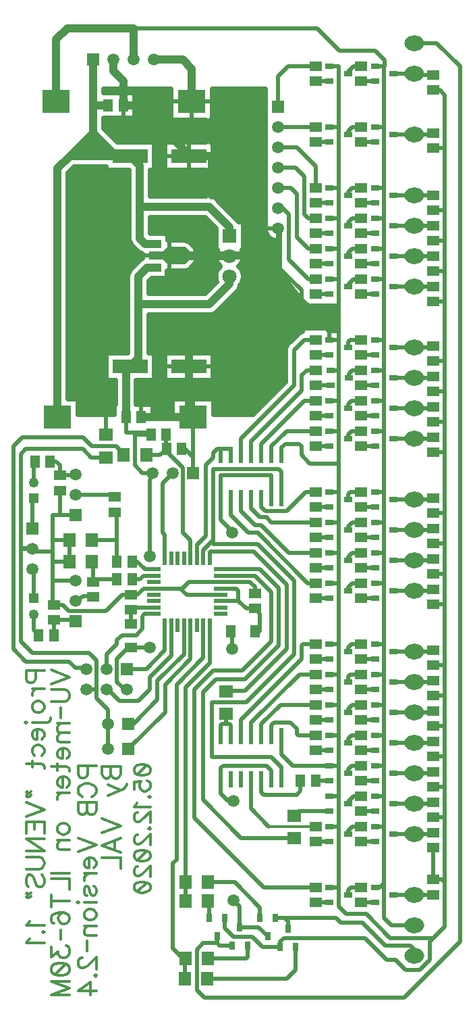
<source format=gbr>
G04 DipTrace 3.3.1.3*
G04 Bottom.gbr*
%MOIN*%
G04 #@! TF.FileFunction,Copper,L2,Bot*
G04 #@! TF.Part,Single*
%AMOUTLINE0*
4,1,10,
-0.100394,0.019685,
-0.033465,0.019685,
-0.009843,0.043307,
0.076772,0.043307,
0.100394,0.019685,
0.100394,-0.019685,
0.076772,-0.043307,
-0.009843,-0.043307,
-0.033465,-0.019685,
-0.100394,-0.019685,
-0.100394,0.019685,
0*%
%AMOUTLINE3*
4,1,20,
0.0,0.03937,
0.015208,0.037443,
0.028926,0.031851,
0.039814,0.023141,
0.046804,0.012166,
0.049213,0.0,
0.046804,-0.012166,
0.039814,-0.023141,
0.028926,-0.031851,
0.015208,-0.037443,
0.0,-0.03937,
-0.015208,-0.037443,
-0.028926,-0.031851,
-0.039814,-0.023141,
-0.046804,-0.012166,
-0.049213,0.0,
-0.046804,0.012166,
-0.039814,0.023141,
-0.028926,0.031851,
-0.015208,0.037443,
0.0,0.03937,
0*%
G04 #@! TA.AperFunction,CopperBalancing*
%ADD13C,0.019685*%
G04 #@! TA.AperFunction,Conductor*
%ADD14C,0.03937*%
%ADD15C,0.012992*%
G04 #@! TA.AperFunction,CopperBalancing*
%ADD16C,0.025*%
%ADD17R,0.059055X0.051181*%
%ADD19R,0.173228X0.070866*%
%ADD20R,0.051181X0.059055*%
G04 #@! TA.AperFunction,ComponentPad*
%ADD21R,0.049213X0.049213*%
%ADD22C,0.049213*%
%ADD23R,0.062992X0.070866*%
G04 #@! TA.AperFunction,ComponentPad*
%ADD24R,0.059055X0.059055*%
%ADD25C,0.059055*%
%ADD26R,0.047244X0.062992*%
%ADD27R,0.062992X0.047244*%
%ADD29R,0.025591X0.041339*%
%ADD31R,0.041339X0.025591*%
%ADD32R,0.070866X0.062992*%
%ADD34R,0.066929X0.019685*%
%ADD35R,0.019685X0.066929*%
%ADD36R,0.023622X0.07874*%
G04 #@! TA.AperFunction,ComponentPad*
%ADD37R,0.137795X0.11811*%
%ADD39R,0.059055X0.03937*%
G04 #@! TA.AperFunction,ComponentPad*
%ADD40R,0.070866X0.070866*%
%ADD41C,0.070866*%
G04 #@! TA.AperFunction,ViaPad*
%ADD42C,0.059055*%
%ADD92C,0.013895*%
%ADD93C,0.012351*%
%ADD94OUTLINE0*%
G04 #@! TA.AperFunction,ComponentPad*
%ADD97OUTLINE3*%
%FSLAX26Y26*%
G04*
G70*
G90*
G75*
G01*
G04 Bottom*
%LPD*%
X1800050Y778001D2*
D13*
Y812352D1*
X1781201Y831201D1*
X1737256D1*
X2424951Y644735D2*
Y674950D1*
X2406201Y693701D1*
X2281201D1*
X2168701Y806201D1*
X2062451D1*
X2037451Y831201D1*
X1781201D1*
X999953Y3299950D2*
D14*
Y3528794D1*
X1021110Y3549951D1*
X1512453Y3993699D2*
Y3956202D1*
X1412451Y3856201D1*
X1062451D1*
Y3993702D1*
X1106201Y4037451D1*
X1143702D1*
X1718701Y1513386D2*
D13*
Y1557236D1*
X1693702Y1582235D1*
X1481202D1*
X1468701Y1569734D1*
Y1513386D1*
X1718701Y2899852D2*
Y3012450D1*
X1468701D1*
Y2899852D1*
X1562551Y784253D2*
X1656251D1*
X1699854Y740650D1*
X999953Y3299950D2*
Y3224951D1*
X1124951D1*
Y3212450D1*
X1043701D1*
Y3062451D1*
X1081202Y3024950D1*
X1131202D1*
X1006202Y1956201D2*
X993701D1*
X956201Y1993701D1*
Y2106199D1*
X1013092Y2163091D1*
X1024951D1*
X1062451Y3856201D2*
D14*
Y3591293D1*
X1021110Y3549951D1*
X1118701Y2162450D2*
D13*
X1025592D1*
X1024951Y2163091D1*
X1524951Y2156201D2*
Y2238091D1*
X1519341Y2243701D1*
X1531201Y1406201D2*
X1506201D1*
X1468701Y1443701D1*
Y1513386D1*
X1562551Y784253D2*
Y887352D1*
X1531202Y918701D1*
X1524951Y2731201D2*
Y2737450D1*
X1468701Y2793701D1*
Y2899852D1*
X1118702Y2612450D2*
Y2987450D1*
G02X1131202Y3024950I62473J9D01*
G01*
D3*
X937450Y5062450D2*
D14*
Y5006202D1*
X987255Y4956398D1*
Y4837451D1*
X1068701D1*
X1312449Y4593703D1*
Y4587450D1*
X1331202Y3299951D2*
X1074756D1*
Y3299950D1*
X1312449Y3549951D2*
Y3318705D1*
X1331202Y3299951D1*
X1512453Y4093699D2*
X1217375D1*
X1214568Y4096507D1*
X1312449Y4587450D2*
X1424951D1*
Y4437451D1*
X1599951Y4262451D1*
Y4231201D1*
Y4096507D1*
X1214568D1*
X1312449Y3549951D2*
Y3699950D1*
X1374951D1*
X1599951Y3924950D1*
Y4096507D1*
X1137450Y5062450D2*
X1281202D1*
X1324942Y5018710D1*
Y4856211D1*
X2518702Y1019735D2*
D13*
Y1175984D1*
X2518701Y1175986D1*
X2518702Y1019735D2*
X2562450D1*
X2574951Y1007234D1*
Y788484D1*
X2517668Y731201D1*
X2306202D1*
X2187451Y849951D1*
X2087451D1*
X2049951Y887451D1*
Y982235D1*
X2006398D1*
X2006201Y982038D1*
Y1282038D2*
X2049951D1*
Y982235D1*
X2006201Y1432037D2*
X2049951D1*
Y1582038D1*
Y1732038D1*
Y1882038D1*
Y2032038D1*
Y2182038D1*
Y2476769D1*
Y2632038D1*
Y2787904D1*
Y2932037D1*
Y3071824D1*
Y3232037D1*
Y3382038D1*
Y3532037D1*
Y3682038D1*
Y3850984D1*
Y3982038D1*
Y4132037D1*
Y4282038D1*
Y4432038D1*
Y4732038D1*
Y5032235D1*
X2006398D1*
X2006201Y5032038D1*
Y4732038D2*
X2049951D1*
X2006201Y4432038D2*
X2049951D1*
X2006201Y4282038D2*
X2049951D1*
X2006201Y4132038D2*
X2049951Y4132037D1*
X2006201Y3982038D2*
X2049951D1*
X2006201Y3682038D2*
X2049951D1*
X2012451Y3532038D2*
X2049951Y3532037D1*
X2006201Y3382038D2*
X2049951D1*
X2006201Y3232038D2*
X2049951Y3232037D1*
X2006201Y2932038D2*
X2049951Y2932037D1*
X2006201Y2782038D2*
X2044085D1*
X2049951Y2787904D1*
X2006201Y2632038D2*
X2049951D1*
X2006201Y2482038D2*
X2044682D1*
X2049951Y2476769D1*
X2006201Y2182038D2*
X2049951D1*
X2006201Y2032037D2*
X2049951Y2032038D1*
X2006201Y1882038D2*
X2049951D1*
X2006201Y1732037D2*
X2049951Y1732038D1*
X2006201Y1582038D2*
X2049951D1*
Y1432037D2*
Y1282038D1*
X2518701Y4913486D2*
X2549951D1*
X2574951Y4888486D1*
Y4625986D1*
Y4319735D1*
Y4169734D1*
Y4010416D1*
Y3869735D1*
Y3575986D1*
Y3425984D1*
Y3275986D1*
Y3125984D1*
Y2825986D1*
Y2675986D1*
Y2525986D1*
Y2375986D1*
Y2075986D1*
Y1925986D1*
Y1775986D1*
Y1619323D1*
Y1475986D1*
Y1325986D1*
Y1007234D1*
X2518702Y1325986D2*
X2574951D1*
X2518702Y1475986D2*
X2574951D1*
X2518701Y1625986D2*
X2568289D1*
X2574951Y1619323D1*
X2518702Y1775986D2*
X2574951D1*
X2518702Y1925986D2*
X2574951D1*
X2518701Y2075986D2*
X2574951D1*
X2518702Y2375986D2*
X2574951D1*
X2518702Y2525986D2*
X2574951D1*
X2518702Y2675986D2*
X2574951D1*
X2518702Y2825986D2*
X2574951D1*
X2518701Y3125986D2*
X2574951Y3125984D1*
X2518701Y3275986D2*
X2574951D1*
X2518701Y3425986D2*
X2574951Y3425984D1*
X2518702Y3575986D2*
X2574951D1*
X2518701Y3869735D2*
X2574951D1*
X2518702Y4019735D2*
X2565633D1*
X2574951Y4010416D1*
X2518701Y4169735D2*
X2574951Y4169734D1*
X2518702Y4319735D2*
X2574951D1*
X2518702Y4625986D2*
X2574951D1*
X1749951Y4231201D2*
X1762451D1*
Y4032235D1*
X1868701Y3925986D1*
Y3882235D1*
X1899951Y3850984D1*
X2049951D1*
X1768701Y3112450D2*
Y3149950D1*
X1787451Y3168701D1*
X1856201D1*
X1868701Y3156201D1*
Y3112451D1*
X1909328Y3071824D1*
X2049951D1*
X1768701Y1725984D2*
Y1638486D1*
X1825148Y1582038D1*
X2006201D1*
X1137992Y2455463D2*
X1269437D1*
X1300933Y2423967D1*
X1468701D1*
Y2486959D2*
X1310261D1*
X1274101Y2450799D1*
X1269437Y2455463D1*
X1487256Y831201D2*
Y781398D1*
X1531202Y737451D1*
X1624951D1*
X1674953Y687450D1*
X1762648D1*
X1468701Y2486959D2*
X1612944D1*
X1637451Y2462451D1*
Y2431004D1*
X1137992Y2455463D2*
X1086714D1*
X1056201Y2424950D1*
X1024951D1*
X643701Y2374950D2*
X637451D1*
Y2493701D1*
X749951D1*
X537451Y2649951D2*
Y2637450D1*
X637451D1*
Y2693701D1*
Y2818701D1*
X674951D1*
X749951D1*
X637451Y2493701D2*
Y2587450D1*
Y2637450D1*
X1331202Y3299951D2*
Y3104478D1*
Y3024950D1*
X1274951Y3143701D2*
X1291979D1*
X1331202Y3104478D1*
X806202Y1956201D2*
X856201D1*
Y2099951D1*
X818702Y2137450D1*
X537453D1*
X481201Y2193702D1*
Y2649951D1*
X537451D1*
X856202Y1956201D2*
Y1912450D1*
X912451Y1856201D1*
Y1662450D1*
Y1787450D2*
Y1662450D1*
X1762648Y687450D2*
Y712647D1*
X1781202Y731201D1*
X2181202D1*
X2287451Y624951D1*
X2331201D1*
X2381201Y574951D1*
X2449953D1*
X2500440Y625438D1*
Y713972D1*
X2517668Y731201D1*
X643701Y2374950D2*
X687451D1*
X718701Y2343701D1*
X899951D1*
X981201Y2424950D1*
X1024951D1*
X481201Y2649951D2*
Y2653129D1*
Y3118699D1*
X506202Y3143701D1*
X787451D1*
X828937Y3102215D1*
X899951D1*
Y3212451D2*
Y4012450D1*
X984008Y4096507D1*
X1214568D1*
X1749951Y4231201D2*
X1599951D1*
X537451Y2649951D2*
Y2653129D1*
X481201D1*
X537451Y2649951D2*
X484378D1*
X481201Y2653129D1*
X720966Y2587450D2*
X637451D1*
X720966Y2693701D2*
X637451D1*
X720966D2*
Y2587450D1*
X674951Y2937647D2*
Y2818701D1*
X1525150Y693702D2*
X1462451D1*
X1449854Y706299D1*
Y740650D1*
Y706299D2*
X1381299D1*
X1349951Y674951D1*
Y474950D1*
X1387450Y437451D1*
X2374953D1*
X2649951Y712450D1*
Y5031201D1*
X2536417Y5144735D1*
X2424951D1*
X1406202Y1006201D2*
X1537451D1*
X1662453Y881199D1*
Y831201D1*
X1402904Y531201D2*
X1793701D1*
X1837451Y574951D1*
Y687450D1*
X1404971Y912451D2*
X1412453D1*
Y831201D1*
X1599953Y693702D2*
Y637453D1*
X1593701Y631201D1*
X1406202D1*
X1292668Y531201D2*
Y627903D1*
X1295966Y631201D1*
X1382087Y2274361D2*
Y2113335D1*
X1249951Y1981199D1*
Y1118701D1*
X1231201Y1099950D1*
Y681201D1*
X1281201Y631201D1*
X1295966D1*
X1294735Y912451D2*
Y1004970D1*
X1295966Y1006201D1*
X1293701D1*
Y1968699D1*
X1413583Y2088581D1*
Y2274361D1*
X656202Y4856211D2*
D14*
Y5162451D1*
X712451Y5218701D1*
X1037450D1*
Y5062450D1*
X2231201Y5032038D2*
D13*
X2274951D1*
Y4732038D1*
Y4432038D1*
Y4282038D1*
Y4132038D1*
Y3982038D1*
Y3682038D1*
Y3526510D1*
Y3382038D1*
Y3232038D1*
Y2932038D1*
Y2782038D1*
Y2632038D1*
Y2473720D1*
Y2182038D1*
Y2032038D1*
Y1882038D1*
Y1732038D1*
Y1582038D1*
Y1432038D1*
Y1282038D1*
Y1000984D1*
X2256005Y982038D1*
X2231201D1*
Y1282038D2*
X2274951D1*
X2231201Y1432037D2*
X2274951Y1432038D1*
X2231201Y1582038D2*
X2274951D1*
X2231201Y1732037D2*
X2274951Y1732038D1*
X2231201Y1882038D2*
X2274951D1*
X2231201Y2032037D2*
X2274951Y2032038D1*
X2231201Y2182038D2*
X2274951D1*
Y1000984D2*
Y832235D1*
X2312451Y794735D1*
X2424951D1*
X2274951Y5032038D2*
X2277163Y5029827D1*
Y5060240D1*
X2231202Y5106201D1*
X2056201D1*
X1943701Y5218701D1*
X1037450D1*
X2231201Y4732038D2*
X2274951D1*
X2231201Y4432038D2*
X2274951D1*
X2231201Y4282038D2*
X2274951D1*
X2231201Y4132038D2*
X2274951D1*
X2231201Y3982038D2*
X2274951D1*
X2231201Y3682038D2*
X2274951D1*
X2231201Y3532038D2*
X2269424D1*
X2274951Y3526510D1*
X2231201Y3382038D2*
X2274951D1*
X2231201Y3232038D2*
X2274951D1*
X2231201Y2932038D2*
X2274951D1*
X2231201Y2782038D2*
X2274951D1*
X2231201Y2632038D2*
X2274951D1*
X2231201Y2482038D2*
X2266634D1*
X2274951Y2473720D1*
X2321752Y944636D2*
X2424853D1*
X2424951Y944735D1*
X2518505D1*
X2518702Y944932D1*
X2231201Y907235D2*
X2162648D1*
X2162451Y907432D1*
X2096752Y944636D2*
Y966535D1*
X2112451Y982235D1*
X2162451D1*
X1937451Y3982235D2*
X1899951D1*
X1806201Y4075986D1*
Y4300986D1*
X1768702Y4338484D1*
X1749951D1*
Y4331201D1*
X2006201Y907235D2*
X1937648D1*
X1937451Y907432D1*
X2321752Y1394635D2*
X2424852D1*
X2424951Y1394735D1*
X2512648D1*
X2518702Y1400789D1*
X2162451Y1357432D2*
X2231003D1*
X2231201Y1357234D1*
X2096752Y1394635D2*
Y1403001D1*
X2125986Y1432235D1*
X2162451D1*
X2321752Y1244636D2*
X2424853D1*
X2424951Y1244735D1*
X2512647D1*
X2518701Y1250789D1*
X2006201Y1357234D2*
X1853249D1*
X1831202Y1335186D1*
X2162451Y1207432D2*
X2231004D1*
X2231201Y1207235D1*
X2096752Y1244636D2*
Y1260285D1*
X2118702Y1282235D1*
X2162451D1*
X2006201Y1207235D2*
X1937648D1*
X1937451Y1207432D1*
X2321752Y1544636D2*
X2424853D1*
X2424951Y1544735D1*
X2512648D1*
X2518702Y1550789D1*
X2162451Y1507432D2*
X2231004D1*
X2231201Y1507235D1*
X2096752Y1544636D2*
Y1565501D1*
X2113486Y1582235D1*
X2162451D1*
X2006201Y1507235D2*
X1937255D1*
X2321752Y1694635D2*
X2424852D1*
X2424951Y1694735D1*
X2512647D1*
X2518701Y1700789D1*
X2162451Y1657432D2*
X2231003D1*
X2231201Y1657234D1*
X2096752Y1694635D2*
Y1715501D1*
X2113486Y1732235D1*
X2162451D1*
X1937451Y1657432D2*
X2006003D1*
X2006201Y1657234D1*
X2321752Y1844636D2*
X2424853D1*
X2424951Y1844735D1*
X2512648D1*
X2518702Y1850789D1*
X2162451Y1807432D2*
X2231004D1*
X2231201Y1807235D1*
X2096752Y1844636D2*
Y1859251D1*
X2119736Y1882235D1*
X2162451D1*
X1937451Y1807432D2*
X2006004D1*
X2006201Y1807235D1*
X2321752Y1994635D2*
X2424852D1*
X2424951Y1994735D1*
X2512648D1*
X2518702Y2000789D1*
X2162451Y1957432D2*
X2231003D1*
X2231201Y1957234D1*
X2096752Y1994635D2*
Y2021751D1*
X2107236Y2032235D1*
X2162451D1*
X1937451Y1957432D2*
X2006003D1*
X2006201Y1957234D1*
X2321752Y2144636D2*
X2424853D1*
X2424951Y2144735D1*
X2512647D1*
X2518701Y2150789D1*
X2162451Y2107432D2*
X2231004D1*
X2231201Y2107235D1*
X2096752Y2144636D2*
Y2165501D1*
X2113486Y2182235D1*
X2162451D1*
X2006201Y2107235D2*
X1937648D1*
X1937451Y2107432D1*
X2321752Y2444636D2*
X2424853D1*
X2424951Y2444735D1*
X2512648D1*
X2518702Y2450789D1*
X2231201Y2407235D2*
X2162647D1*
X2162451Y2407430D1*
X2096752Y2444636D2*
Y2459251D1*
X2119735Y2482234D1*
X2162451D1*
X2006201Y2407235D2*
X1937647D1*
X1937451Y2407430D1*
X2321752Y2594636D2*
X2424853D1*
X2424951Y2594735D1*
X2512648D1*
X2518702Y2600789D1*
X2231201Y2557235D2*
X2162648D1*
X2162451Y2557432D1*
X2096752Y2594636D2*
Y2609251D1*
X2119736Y2632235D1*
X2162451D1*
X2006201Y2557235D2*
X1937648D1*
X1937451Y2557432D1*
X2321752Y2744636D2*
X2424853D1*
X2424951Y2744735D1*
X2512648D1*
X2518702Y2750789D1*
X2231201Y2707235D2*
X2162647D1*
X2162451Y2707430D1*
X2096752Y2744636D2*
Y2759251D1*
X2119735Y2782234D1*
X2162451D1*
X2006201Y2707235D2*
X1937647D1*
X1937451Y2707430D1*
X2321752Y2894636D2*
X2424853D1*
X2424951Y2894735D1*
X2512648D1*
X2518702Y2900789D1*
X2231201Y2857235D2*
X2162648D1*
X2162451Y2857432D1*
X2096752Y2894636D2*
Y2921751D1*
X2107236Y2932235D1*
X2162451D1*
X2006201Y2857235D2*
X1937648D1*
X1937451Y2857432D1*
X2321752Y3194636D2*
X2424853D1*
X2424951Y3194735D1*
X2512647D1*
X2518701Y3200789D1*
X2231201Y3157235D2*
X2162648D1*
X2162451Y3157432D1*
X2096752Y3194636D2*
Y3215501D1*
X2113486Y3232235D1*
X2162451D1*
X2006201Y3157235D2*
X1937648D1*
X1937451Y3157432D1*
X2321752Y3344636D2*
X2424853D1*
X2424951Y3344735D1*
X2512647D1*
X2518701Y3350789D1*
X2231201Y3307235D2*
X2162647D1*
X2162451Y3307430D1*
X2096752Y3344636D2*
Y3365501D1*
X2113484Y3382234D1*
X2162451D1*
X2006201Y3307235D2*
X1937647D1*
X1937451Y3307430D1*
X2321752Y3494636D2*
X2424853D1*
X2424951Y3494735D1*
X2512647D1*
X2518701Y3500789D1*
X2231201Y3457235D2*
X2162648D1*
X2162451Y3457432D1*
X2103003Y3494636D2*
Y3515501D1*
X2119736Y3532235D1*
X2162451D1*
X2012451Y3457235D2*
X1937648D1*
X1937451Y3457432D1*
X2321752Y3644636D2*
X2424853D1*
X2424951Y3644735D1*
X2512648D1*
X2518702Y3650789D1*
X2231201Y3607235D2*
X2162451D1*
X2096752Y3644636D2*
Y3671751D1*
X2107039Y3682038D1*
X2162451D1*
X2006201Y3607235D2*
X1937647D1*
X1937451Y3607430D1*
X2518701Y4988289D2*
X2431398D1*
X2424951Y4994735D1*
X2321752Y4994636D2*
X2424853D1*
X2424951Y4994735D1*
X2231201Y4957235D2*
X2162648D1*
X2162451Y4957432D1*
X2096752Y4994636D2*
Y5003001D1*
X2125986Y5032235D1*
X2162451D1*
X2006201Y4957235D2*
X1937648D1*
X1937451Y4957432D1*
X2321752Y4694636D2*
X2424853D1*
X2424951Y4694735D1*
X2512648D1*
X2518702Y4700789D1*
X2231201Y4657235D2*
X2162648D1*
X2162451Y4657432D1*
X2096752Y4694636D2*
Y4709251D1*
X2119736Y4732235D1*
X2162451D1*
X1937451Y4657432D2*
X2006004D1*
X2006201Y4657235D1*
X1937451Y4132235D2*
X1899951D1*
X1843701Y4188486D1*
Y4400986D1*
X1813486Y4431201D1*
X1749951D1*
X2321752Y4394636D2*
X2424853D1*
X2424951Y4394735D1*
X2518505D1*
X2518702Y4394538D1*
X2162451Y4357432D2*
X2231004D1*
X2231201Y4357235D1*
X2096752Y4394636D2*
Y4409251D1*
X2119736Y4432235D1*
X2162451D1*
X1937451Y4357432D2*
X2006004D1*
X2006201Y4357235D1*
X2321752Y4244636D2*
X2424853D1*
X2424951Y4244735D1*
X2518504D1*
X2518701Y4244538D1*
X2231201Y4207235D2*
X2162648D1*
X2162451Y4207432D1*
X2096752Y4244636D2*
Y4259251D1*
X2119736Y4282235D1*
X2162451D1*
X2006201Y4207235D2*
X1937648D1*
X1937451Y4207432D1*
X2321752Y4094636D2*
X2424853D1*
X2424951Y4094735D1*
X2518505D1*
X2518702Y4094538D1*
X2162451Y4057432D2*
X2231004D1*
X2231201Y4057235D1*
X2096752Y4094636D2*
Y4109251D1*
X2119736Y4132235D1*
X2162451D1*
X1937451Y4057432D2*
X2006004D1*
X2006201Y4057235D1*
X2321752Y3944636D2*
X2424853D1*
X2424951Y3944735D1*
X2518504D1*
X2518701Y3944538D1*
X2162451Y3907432D2*
X2231004D1*
X2231201Y3907235D1*
X2096752Y3944636D2*
Y3953001D1*
X2125986Y3982235D1*
X2162451D1*
X1968702Y3907235D2*
X2006201D1*
X1937451Y4282235D2*
X1899951D1*
X1881201Y4300986D1*
Y4488486D1*
X1838486Y4531201D1*
X1749951D1*
X1937451Y4432235D2*
Y4538484D1*
X1844735Y4631201D1*
X1749951D1*
X1937451Y4732235D2*
X1887451D1*
Y4731201D1*
X1749951D1*
X1937451Y5032235D2*
X1799951D1*
X1749951Y4982235D1*
Y4831201D1*
X1568701Y3112450D2*
Y3193701D1*
X1831201Y3456201D1*
Y3631199D1*
X1882235Y3682234D1*
X1937451D1*
X1618701Y3112450D2*
Y3181201D1*
X1868701Y3431201D1*
Y3506199D1*
X1894736Y3532235D1*
X1937451D1*
X1668701Y3112450D2*
Y3168699D1*
X1882235Y3382234D1*
X1937451D1*
X1718701Y3112450D2*
Y3156199D1*
X1794736Y3232235D1*
X1937451D1*
X1668701Y2899852D2*
Y2856201D1*
X1687451Y2837450D1*
X1793701D1*
X1888486Y2932235D1*
X1937451D1*
X1618701Y2899852D2*
Y2849951D1*
X1662451Y2806201D1*
X1693701D1*
X1717668Y2782234D1*
X1937451D1*
X1568701Y2899852D2*
Y2837451D1*
X1637451Y2768701D1*
X1668701D1*
X1805167Y2632235D1*
X1937451D1*
X1518701Y2899852D2*
Y2818701D1*
X1606201Y2731201D1*
X1649951D1*
X1898919Y2482234D1*
X1937451D1*
X1568701Y1725984D2*
Y1806201D1*
X1868701Y2106201D1*
Y2174950D1*
X1875986Y2182235D1*
X1937451D1*
X1618701Y1725984D2*
Y1793699D1*
X1857236Y2032235D1*
X1937451D1*
X1668701Y1725984D2*
Y1787450D1*
X1763486Y1882235D1*
X1937451D1*
X1718701Y1725984D2*
Y1782234D1*
X1731202Y1794735D1*
X1812451D1*
X1843702Y1763484D1*
Y1738484D1*
X1849951Y1732235D1*
X1937451D1*
X1668701Y1513386D2*
Y1450986D1*
X1681202Y1438484D1*
X1843701D1*
X1862451Y1457235D1*
Y1507235D1*
X1618701Y1513386D2*
Y1369735D1*
X1706201Y1282235D1*
D15*
X1937451D1*
X1468701Y1725984D2*
D13*
Y1781199D1*
X1475986Y1788484D1*
X1493701D1*
X1512453D1*
X1518701Y1782236D1*
Y1725984D1*
X1493701Y1788484D2*
Y1837450D1*
X1468701Y3112450D2*
Y3143701D1*
X1518701D1*
Y3112450D1*
X1350591Y2605070D2*
Y2669340D1*
X1393701Y2712450D1*
Y3062450D1*
X1431201Y3099950D1*
Y3124950D1*
X1449951Y3143701D1*
X1468701D1*
X1768701Y2899852D2*
Y3031202D1*
X1756202Y3043701D1*
X1431202D1*
Y2693701D1*
X1382087Y2644585D1*
Y2605070D1*
X1431202Y2693701D2*
Y2674951D1*
X1649950D1*
X1831201Y2493701D1*
Y2131199D1*
X1593702Y1893701D1*
X1424951D1*
Y1624951D1*
X1718701D1*
X1768701Y1574951D1*
Y1513386D1*
X1006202Y2056201D2*
X1099951D1*
X1193110Y2149360D1*
Y2274361D1*
X906202Y2056201D2*
Y2131202D1*
X956201Y2181201D1*
Y2199950D1*
X981202Y2224951D1*
X1049953D1*
X1081202Y2256201D1*
Y2318702D1*
X1091979Y2329479D1*
X1137992D1*
X906202Y1956201D2*
X924951D1*
Y1943701D1*
X968701Y1899951D1*
X1062451D1*
X1118701Y1956201D1*
Y2018699D1*
X1224606Y2124605D1*
Y2274361D1*
X1199755Y3212450D2*
Y3144094D1*
X1200148Y3143701D1*
X1319094Y2605070D2*
Y2693307D1*
X1281201Y2731201D1*
Y3049951D1*
X1187451Y3143701D1*
X1200148D1*
X1099951Y3112451D2*
X1168899D1*
X1200148Y3143701D1*
X1137992Y2360975D2*
X1035780D1*
X1024951Y2350147D1*
Y2281201D2*
Y2350147D1*
X1468701Y2455463D2*
X1544437D1*
X1556201Y2443699D1*
Y2399949D1*
X1548723Y2392471D1*
X1468701D1*
X1548723D2*
X1559705Y2390198D1*
X1593702Y2356201D1*
X1637451D1*
Y2243701D2*
X1662451D1*
Y2331201D1*
X1637451Y2356201D1*
X1468701Y2518455D2*
X1637697D1*
X1718701Y2437451D1*
Y2193701D1*
X1574951Y2049951D1*
X1431202D1*
X1337451Y1956201D1*
Y1324950D1*
X1680167Y982235D1*
X1937451D1*
X543701Y2406201D2*
Y2543702D1*
X537451Y2549951D1*
X837450Y5062450D2*
D14*
Y4837451D1*
Y4701537D1*
X811270Y4675357D1*
X784437Y4648524D1*
X757723Y4621810D1*
X723364Y4587450D1*
X662462Y4526549D1*
Y3299951D1*
X912451Y4837451D2*
X837450D1*
X1021110Y4587450D2*
X951537D1*
X837450Y4701537D1*
X1021110Y4587450D2*
X723364D1*
X1021110D2*
X899177D1*
X811270Y4675357D1*
X1021110Y4587450D2*
X845510D1*
X784437Y4648524D1*
X1021110Y4587450D2*
X792083D1*
X757723Y4621810D1*
X1512453Y4193699D2*
Y4237450D1*
X1412451Y4337451D1*
X1081199D1*
X1068699Y4324951D1*
Y4181202D1*
X1094340Y4155562D1*
X1143702D1*
X1068699Y4324951D2*
Y4539861D1*
X1021110Y4587450D1*
X537451Y2749951D2*
D13*
Y2893701D1*
X543701Y2899950D1*
X749951Y2918701D2*
X931201D1*
X943701Y2906201D1*
X749951Y2393701D2*
X762451D1*
X787451Y2418701D1*
X831202D1*
X837451Y2412451D1*
X643701Y2300147D2*
X749951D1*
Y2293701D1*
X643701Y2224950D2*
Y2300147D1*
X837451Y2487255D2*
Y2581201D1*
X831202Y2587450D1*
X956202Y2499950D2*
X850147D1*
X837451Y2487255D1*
X624951Y3081201D2*
X656202D1*
X674951Y3062451D1*
Y3012450D1*
X743701D1*
X749951Y3018701D1*
X956202Y2587451D2*
Y2693701D1*
Y2818896D1*
X943701Y2831398D1*
X831202Y2693701D2*
X956202D1*
X543701Y2978690D2*
Y3074753D1*
X550148Y3081201D1*
X543701Y2327461D2*
Y2250148D1*
X568899Y2224950D1*
X1193110Y2605070D2*
Y2719293D1*
X1181202Y2731201D1*
Y2974950D1*
X1231202Y3024950D1*
X1031005Y2499950D2*
X1068701D1*
X1087451Y2518701D1*
X1137747D1*
X1137992Y2518455D1*
X1031005Y2587451D2*
X1056201D1*
X1093701Y2549951D1*
X1137992D1*
X1468701D2*
X1662450D1*
X1756201Y2456201D1*
Y2174950D1*
X1587451Y2006201D1*
X1443701D1*
X1381201Y1943701D1*
Y1412451D1*
X1568702Y1224950D1*
X1831202D1*
X1493701Y1947686D2*
Y1949951D1*
X1587451D1*
X1793701Y2156201D1*
Y2474950D1*
X1631201Y2637450D1*
X1418701D1*
X1413583Y2632332D1*
Y2605070D1*
X1319094Y2274361D2*
Y2106594D1*
X1193701Y1981201D1*
Y1843699D1*
X1012451Y1662450D1*
Y1787450D2*
X1037450D1*
X1156201Y1906201D1*
Y1999950D1*
X1287598Y2131348D1*
Y2274361D1*
X989715Y3112451D2*
X993701D1*
X949951Y3156201D1*
X831202D1*
X787451Y3199951D1*
X487453D1*
X443701Y3156199D1*
Y2156201D1*
X506201Y2093701D1*
X718701D1*
X749951Y2062450D1*
X806201D1*
X799951Y2056201D1*
X806202D1*
D42*
X1118701Y2162450D3*
X1524951Y2156201D3*
X1531201Y1406201D3*
X1531202Y918701D3*
X1524951Y2731201D3*
X1118702Y2612450D3*
X1048547Y4893832D2*
D16*
X1220349D1*
X1429530D2*
X1684727D1*
X1048547Y4868963D2*
X1220349D1*
X1429530D2*
X1684727D1*
X1048547Y4844094D2*
X1220349D1*
X1429530D2*
X1684727D1*
X1048547Y4819226D2*
X1220349D1*
X1429530D2*
X1684727D1*
X1048547Y4794357D2*
X1220349D1*
X1429530D2*
X1684727D1*
X892811Y4769488D2*
X1220349D1*
X1429530D2*
X1684727D1*
X892811Y4744619D2*
X1391194D1*
X1421205D2*
X1684942D1*
X896507Y4719751D2*
X1391194D1*
X1421205D2*
X1684942D1*
X921374Y4694882D2*
X1391194D1*
X1421205D2*
X1684942D1*
X946241Y4670013D2*
X1391194D1*
X1421205D2*
X1684942D1*
X1143425Y4645144D2*
X1190135D1*
X1434734D2*
X1684942D1*
X1143425Y4620276D2*
X1190135D1*
X1434734D2*
X1684942D1*
X1143425Y4595407D2*
X1190135D1*
X1434734D2*
X1684942D1*
X1143425Y4570538D2*
X1190135D1*
X1434734D2*
X1684942D1*
X1143425Y4545669D2*
X1190135D1*
X1434734D2*
X1684942D1*
X733987Y4520801D2*
X898827D1*
X1143425D2*
X1190135D1*
X1434734D2*
X1684942D1*
X717839Y4495932D2*
X1013333D1*
X1124084D2*
X1391194D1*
X1421205D2*
X1684942D1*
X717839Y4471063D2*
X1013333D1*
X1124084D2*
X1391194D1*
X1421205D2*
X1684942D1*
X717839Y4446194D2*
X1013333D1*
X1124084D2*
X1391194D1*
X1421205D2*
X1684942D1*
X717839Y4421325D2*
X1013333D1*
X1124084D2*
X1391194D1*
X1421205D2*
X1684942D1*
X717839Y4396457D2*
X1013333D1*
X1124084D2*
X1391194D1*
X1421205D2*
X1684942D1*
X717839Y4371588D2*
X1013333D1*
X1455583D2*
X1684942D1*
X717839Y4346719D2*
X1013333D1*
X1480450D2*
X1684942D1*
X717839Y4321850D2*
X1013333D1*
X1505318D2*
X1684942D1*
X717839Y4296982D2*
X1013333D1*
X1530185D2*
X1684942D1*
X717839Y4272113D2*
X1013333D1*
X1124084D2*
X1400524D1*
X1554874D2*
X1684942D1*
X717839Y4247244D2*
X1013333D1*
X1124084D2*
X1425391D1*
X1583581D2*
X1684942D1*
X717839Y4222375D2*
X1013333D1*
X1124084D2*
X1441324D1*
X1583581D2*
X1685228D1*
X717839Y4197507D2*
X1013333D1*
X1208915D2*
X1441324D1*
X1583581D2*
X1694559D1*
X717839Y4172638D2*
X1014014D1*
X1298732D2*
X1441324D1*
X1583581D2*
X1725025D1*
X717839Y4147769D2*
X1025247D1*
X1332823D2*
X1441324D1*
X1583581D2*
X1743899D1*
X717839Y4122900D2*
X1049720D1*
X1349975D2*
X1447854D1*
X1577050D2*
X1744654D1*
X717839Y4098031D2*
X1078499D1*
X1350656D2*
X1441467D1*
X1583437D2*
X1745407D1*
X717839Y4073163D2*
X1064648D1*
X1350441D2*
X1444482D1*
X1580423D2*
X1746160D1*
X717839Y4048294D2*
X1039780D1*
X1335873D2*
X1458513D1*
X1566392D2*
X1746913D1*
X717839Y4023425D2*
X1016240D1*
X1308493D2*
X1448106D1*
X1576799D2*
X1750143D1*
X717839Y3998556D2*
X1007304D1*
X1208915D2*
X1441504D1*
X1583402D2*
X1769018D1*
X717839Y3973688D2*
X1007089D1*
X1119706D2*
X1444302D1*
X1580602D2*
X1787894D1*
X717839Y3948819D2*
X1007089D1*
X1117804D2*
X1427795D1*
X1567290D2*
X1806769D1*
X717839Y3923950D2*
X1007089D1*
X1117804D2*
X1402928D1*
X1556848D2*
X1825608D1*
X717839Y3899081D2*
X1007089D1*
X1532589D2*
X1844483D1*
X717839Y3874213D2*
X1007089D1*
X1507722D2*
X1863358D1*
X717839Y3849344D2*
X1007089D1*
X1482854D2*
X1872222D1*
X717839Y3824475D2*
X1007089D1*
X1457987D2*
X2034957D1*
X717839Y3799606D2*
X1007089D1*
X1117804D2*
X2034957D1*
X717839Y3774738D2*
X1007089D1*
X1117804D2*
X2034957D1*
X717839Y3749869D2*
X1007089D1*
X1117804D2*
X2034957D1*
X717839Y3725000D2*
X1007089D1*
X1117804D2*
X1872222D1*
X717839Y3700131D2*
X1007089D1*
X1117804D2*
X1836768D1*
X717839Y3675262D2*
X1007089D1*
X1117804D2*
X1811900D1*
X717839Y3650394D2*
X1007089D1*
X1117804D2*
X1790190D1*
X717839Y3625525D2*
X1007089D1*
X1117804D2*
X1785668D1*
X717839Y3600656D2*
X898827D1*
X1143425D2*
X1190135D1*
X1434734D2*
X1785668D1*
X717839Y3575787D2*
X898827D1*
X1143425D2*
X1190135D1*
X1434734D2*
X1785668D1*
X717839Y3550919D2*
X898827D1*
X1143425D2*
X1190135D1*
X1434734D2*
X1785668D1*
X717839Y3526050D2*
X898827D1*
X1143425D2*
X1190135D1*
X1434734D2*
X1785668D1*
X717839Y3501181D2*
X898827D1*
X1143425D2*
X1190135D1*
X1434734D2*
X1785668D1*
X717839Y3476312D2*
X944579D1*
X1055329D2*
X1785668D1*
X717839Y3451444D2*
X944579D1*
X1055329D2*
X1763097D1*
X717839Y3426575D2*
X944579D1*
X1055329D2*
X1738230D1*
X717839Y3401706D2*
X944579D1*
X1055329D2*
X1713362D1*
X767037Y3376837D2*
X944579D1*
X1055329D2*
X1226629D1*
X1435774D2*
X1688495D1*
X767037Y3351969D2*
X938694D1*
X1136033D2*
X1226629D1*
X1435774D2*
X1663626D1*
X767037Y3327100D2*
X938694D1*
X1136033D2*
X1226629D1*
X1435774D2*
X1638759D1*
X1194487Y4656068D2*
X1393694D1*
X1393701Y4763990D1*
X1222860Y4763971D1*
Y4918697D1*
X890320Y4918701D1*
X890421Y4900164D1*
X1046030D1*
Y4774739D1*
X890308D1*
X890320Y4723448D1*
X957681Y4656076D1*
X1140909Y4656068D1*
Y4518832D1*
X1121568D1*
X1121570Y4390332D1*
X1393715Y4390322D1*
X1393665Y4518832D1*
X1192650D1*
Y4656068D1*
X1194487D1*
X1418698D2*
X1432248D1*
Y4518832D1*
X1418705D1*
X1418701Y4389916D1*
X1424794Y4388861D1*
X1432684Y4386297D1*
X1440076Y4382530D1*
X1446787Y4377655D1*
X1469323Y4355349D1*
X1552656Y4271786D1*
X1557539Y4265060D1*
X1563257Y4262318D1*
X1581071D1*
Y4125081D1*
X1573538Y4124955D1*
X1576530Y4118247D1*
X1578786Y4111256D1*
X1580283Y4104066D1*
X1581003Y4096755D1*
X1580849Y4088194D1*
X1579869Y4080913D1*
X1578115Y4073781D1*
X1575610Y4066875D1*
X1572382Y4060278D1*
X1568466Y4054063D1*
X1563907Y4048303D1*
X1559445Y4043706D1*
X1564630Y4038264D1*
X1570959Y4029552D1*
X1575848Y4019958D1*
X1579175Y4009718D1*
X1580860Y3999083D1*
Y3988316D1*
X1579175Y3977681D1*
X1575848Y3967441D1*
X1570959Y3957846D1*
X1564904Y3949483D1*
X1563862Y3943860D1*
X1561298Y3935970D1*
X1557531Y3928577D1*
X1552656Y3921866D1*
X1530350Y3899329D1*
X1446787Y3815997D1*
X1440076Y3811122D1*
X1432684Y3807356D1*
X1424794Y3804791D1*
X1416600Y3803493D1*
X1384892Y3803331D1*
X1115294D1*
X1115322Y3618539D1*
X1140909Y3618570D1*
Y3481333D1*
X1052814D1*
X1052823Y3362686D1*
X1133531Y3362663D1*
Y3312461D1*
X1229098Y3312451D1*
X1229119Y3392192D1*
X1433285D1*
Y3312450D1*
X1626623Y3312451D1*
X1788184Y3474034D1*
X1788306Y3634575D1*
X1789362Y3641244D1*
X1791449Y3647665D1*
X1794513Y3653681D1*
X1798483Y3659143D1*
X1826759Y3687608D1*
X1854291Y3714951D1*
X1859753Y3718921D1*
X1865769Y3721986D1*
X1872203Y3724075D1*
X1874739Y3733694D1*
Y3741009D1*
X2000164D1*
Y3727983D1*
X2037428Y3728018D1*
X2037451Y3831740D1*
X1898252Y3837567D1*
X1895408Y3838306D1*
X1892815Y3839689D1*
X1890617Y3841639D1*
X1885243Y3848657D1*
X1874739Y3848656D1*
Y3862471D1*
X1751491Y4025192D1*
X1750391Y4027916D1*
X1749957Y4030823D1*
X1745576Y4168640D1*
X1738293Y4169581D1*
X1731168Y4171367D1*
X1724301Y4173974D1*
X1717786Y4177365D1*
X1711713Y4181495D1*
X1706163Y4186307D1*
X1701214Y4191735D1*
X1696934Y4197703D1*
X1693382Y4204133D1*
X1690605Y4210932D1*
X1688642Y4218009D1*
X1687490Y4223971D1*
X1687255Y4232609D1*
X1687451Y4243324D1*
X1687239Y4331201D1*
X1687451Y4344374D1*
X1687239Y4431201D1*
X1687451Y4445424D1*
X1687239Y4531201D1*
X1687451Y4546474D1*
X1687239Y4631201D1*
X1687451Y4647524D1*
X1687239Y4731201D1*
X1687451Y4748573D1*
X1687239Y4768488D1*
X1687451Y4904741D1*
Y4918701D1*
X1427052D1*
X1427025Y4763971D1*
X1418707D1*
X1418702Y4656033D1*
X1014992Y4518832D2*
X901311D1*
Y4534585D1*
X745269Y4534580D1*
X715354Y4504671D1*
X715332Y3392214D1*
X764545Y3392192D1*
Y3312421D1*
X941164Y3312450D1*
X941177Y3362663D1*
X947098D1*
X947083Y3481345D1*
X901311Y3481333D1*
Y3618570D1*
X1009573D1*
X1009744Y3997850D1*
X1011042Y4006045D1*
X1013606Y4013934D1*
X1017373Y4021327D1*
X1022248Y4028038D1*
X1044554Y4050575D1*
X1071865Y4077655D1*
X1078591Y4082538D1*
X1080990Y4084171D1*
Y4104402D1*
X1074108Y4106717D1*
X1066715Y4110483D1*
X1060004Y4115358D1*
X1037469Y4137664D1*
X1028496Y4146866D1*
X1023621Y4153577D1*
X1019854Y4160970D1*
X1017290Y4168860D1*
X1015992Y4177054D1*
X1015829Y4208761D1*
Y4517972D1*
X1194487Y3618570D2*
X1432248D1*
Y3481333D1*
X1192650D1*
Y3618570D1*
X1194487D1*
X1206415Y4020024D2*
Y3984581D1*
X1128080D1*
X1115344Y3971825D1*
X1115322Y3909051D1*
X1390541Y3909071D1*
X1449031Y3967551D1*
X1445731Y3977681D1*
X1444046Y3988316D1*
Y3999083D1*
X1445731Y4009718D1*
X1449058Y4019958D1*
X1453946Y4029552D1*
X1460276Y4038264D1*
X1465493Y4043663D1*
X1460194Y4049231D1*
X1455740Y4055072D1*
X1451936Y4061356D1*
X1448825Y4068009D1*
X1446444Y4074958D1*
X1444819Y4082122D1*
X1443969Y4089419D1*
X1443903Y4096764D1*
X1444623Y4104073D1*
X1446121Y4111265D1*
X1448379Y4118255D1*
X1451434Y4125084D1*
X1443835Y4125081D1*
Y4231335D1*
X1390547Y4284585D1*
X1121538Y4284581D1*
X1121570Y4208436D1*
X1206415Y4208432D1*
X1206563Y4172999D1*
X1293987Y4172894D1*
X1299419Y4172000D1*
X1304629Y4170222D1*
X1309474Y4167606D1*
X1313819Y4164226D1*
X1340224Y4137711D1*
X1343434Y4133239D1*
X1345861Y4128297D1*
X1347437Y4123021D1*
X1348119Y4117559D1*
X1348042Y4074176D1*
X1347148Y4068743D1*
X1345370Y4063533D1*
X1342755Y4058688D1*
X1339374Y4054343D1*
X1313471Y4028471D1*
X1309079Y4025152D1*
X1304197Y4022606D1*
X1298962Y4020902D1*
X1293517Y4020085D1*
X1221524Y4020014D1*
X1206416D1*
X1312449Y4656033D2*
D13*
Y4518867D1*
X1192685Y4587450D2*
X1432213D1*
X987255Y4900129D2*
Y4774774D1*
Y4837451D2*
X1045995D1*
X1074756Y3362627D2*
Y3299950D1*
X1312449Y3618534D2*
Y3481369D1*
X1192685Y3549951D2*
X1432213D1*
X1749951Y4231201D2*
Y4168524D1*
X1687274Y4231201D2*
X1749951D1*
X2006201Y3727982D2*
Y3682038D1*
X1331202Y3392156D2*
Y3299951D1*
X1324942Y4856211D2*
Y4764007D1*
X1222895Y4856211D2*
X1426990D1*
X1214568Y4172991D2*
Y4020022D1*
X1080997Y4096507D2*
X1348139D1*
X1443870Y4093699D2*
X1581035D1*
D17*
X1637451Y2356201D3*
Y2431004D3*
X1024951Y2424950D3*
Y2350147D3*
D19*
X1312449Y4587450D3*
X1021110D3*
D20*
X912451Y4837451D3*
X987255D3*
X999953Y3299950D3*
X1074756D3*
D19*
X1312449Y3549951D3*
X1021110D3*
D21*
X543702Y2899950D3*
D22*
Y2978690D3*
D21*
X543701Y2406201D3*
D22*
Y2327461D3*
D17*
X643701Y2374950D3*
Y2300147D3*
X674951Y3012450D3*
Y2937647D3*
D20*
X1274951Y3143701D3*
X1200148D3*
X624951Y3081201D3*
X550148D3*
X643702Y2224950D3*
X568899D3*
D23*
X831202Y2587450D3*
X720966D3*
X831202Y2693701D3*
X720966D3*
D24*
X1749951Y4831201D3*
D25*
Y4731201D3*
Y4631201D3*
Y4531201D3*
Y4431201D3*
Y4331201D3*
Y4231201D3*
D24*
X1006202Y2056201D3*
D25*
Y1956201D3*
X906202Y2056201D3*
Y1956201D3*
X806202Y2056201D3*
Y1956201D3*
D24*
X837450Y5062450D3*
D25*
X937450D3*
X1037450D3*
X1137450D3*
D24*
X537451Y2749951D3*
D25*
Y2649951D3*
Y2549951D3*
D24*
X1012451Y1787450D3*
D25*
X912451D3*
D24*
X1012451Y1662450D3*
D25*
X912451D3*
D26*
X1637451Y2243701D3*
X1519341D3*
D27*
X1024951Y2281201D3*
Y2163091D3*
D29*
X1599953Y693702D3*
X1525150D3*
X1562551Y784253D3*
X1662453Y831201D3*
X1737256D3*
X1699854Y740650D3*
X1412453Y831201D3*
X1487256D3*
X1449854Y740650D3*
X1837451Y687450D3*
X1762648D3*
X1800050Y778001D3*
D31*
X2231201Y907235D3*
Y982038D3*
X2321752Y944636D3*
X2006201Y907235D3*
Y982038D3*
X2096752Y944636D3*
X2231201Y1357234D3*
Y1432037D3*
X2321752Y1394635D3*
X2006201Y1357234D3*
Y1432037D3*
X2096752Y1394635D3*
X2231201Y1207235D3*
Y1282038D3*
X2321752Y1244636D3*
X2006201Y1207235D3*
Y1282038D3*
X2096752Y1244636D3*
X2231201Y1507235D3*
Y1582038D3*
X2321752Y1544636D3*
X2006201Y1507235D3*
Y1582038D3*
X2096752Y1544636D3*
X2231201Y1657234D3*
Y1732037D3*
X2321752Y1694635D3*
X2006201Y1657234D3*
Y1732037D3*
X2096752Y1694635D3*
X2231201Y1807235D3*
Y1882038D3*
X2321752Y1844636D3*
X2006201Y1807235D3*
Y1882038D3*
X2096752Y1844636D3*
X2231201Y1957234D3*
Y2032037D3*
X2321752Y1994635D3*
X2006201Y1957234D3*
Y2032037D3*
X2096752Y1994635D3*
X2231201Y2107235D3*
Y2182038D3*
X2321752Y2144636D3*
X2006201Y2107235D3*
Y2182038D3*
X2096752Y2144636D3*
X2231201Y2407235D3*
Y2482038D3*
X2321752Y2444636D3*
X2006201Y2407235D3*
Y2482038D3*
X2096752Y2444636D3*
X2231201Y2557235D3*
Y2632038D3*
X2321752Y2594636D3*
X2006201Y2557235D3*
Y2632038D3*
X2096752Y2594636D3*
X2231201Y2707235D3*
Y2782038D3*
X2321752Y2744636D3*
X2006201Y2707235D3*
Y2782038D3*
X2096752Y2744636D3*
X2231201Y2857235D3*
Y2932038D3*
X2321752Y2894636D3*
X2006201Y2857235D3*
Y2932038D3*
X2096752Y2894636D3*
X2231201Y3157235D3*
Y3232038D3*
X2321752Y3194636D3*
X2006201Y3157235D3*
Y3232038D3*
X2096752Y3194636D3*
X2231201Y3307235D3*
Y3382038D3*
X2321752Y3344636D3*
X2006201Y3307235D3*
Y3382038D3*
X2096752Y3344636D3*
X2231201Y3457235D3*
Y3532038D3*
X2321752Y3494636D3*
X2012451Y3457235D3*
Y3532038D3*
X2103003Y3494636D3*
X2231201Y3607235D3*
Y3682038D3*
X2321752Y3644636D3*
X2006201Y3607235D3*
Y3682038D3*
X2096752Y3644636D3*
X2231201Y4957235D3*
Y5032038D3*
X2321752Y4994636D3*
X2006201Y4957235D3*
Y5032038D3*
X2096752Y4994636D3*
X2231201Y4657235D3*
Y4732038D3*
X2321752Y4694636D3*
X2006201Y4657235D3*
Y4732038D3*
X2096752Y4694636D3*
X2231201Y4357235D3*
Y4432038D3*
X2321752Y4394636D3*
X2006201Y4357235D3*
Y4432038D3*
X2096752Y4394636D3*
X2231201Y4207235D3*
Y4282038D3*
X2321752Y4244636D3*
X2006201Y4207235D3*
Y4282038D3*
X2096752Y4244636D3*
X2231201Y4057235D3*
Y4132038D3*
X2321752Y4094636D3*
X2006201Y4057235D3*
Y4132038D3*
X2096752Y4094636D3*
X2231201Y3907235D3*
Y3982038D3*
X2321752Y3944636D3*
X2006201Y3907235D3*
Y3982038D3*
X2096752Y3944636D3*
D23*
X1406202Y1006201D3*
X1295966D3*
X1292668Y531201D3*
X1402904D3*
X1294735Y912451D3*
X1404971D3*
X1406202Y631201D3*
X1295966D3*
D17*
X2162451Y982235D3*
Y907432D3*
X2518702Y1019735D3*
Y944932D3*
X1937451Y982235D3*
Y907432D3*
X2162451Y1432235D3*
Y1357432D3*
X2518702Y1325986D3*
Y1400789D3*
D32*
X1831202Y1224950D3*
Y1335186D3*
D17*
X2162451Y1282235D3*
Y1207432D3*
X2518701Y1175986D3*
Y1250789D3*
X1937451Y1282235D3*
Y1207432D3*
X2162451Y1582235D3*
Y1507432D3*
X2518702Y1475986D3*
Y1550789D3*
D20*
X1862451Y1507235D3*
X1937255D3*
D17*
X2162451Y1732235D3*
Y1657432D3*
X2518701Y1625986D3*
Y1700789D3*
X1937451Y1732235D3*
Y1657432D3*
X2162451Y1882235D3*
Y1807432D3*
X2518702Y1775986D3*
Y1850789D3*
X1937451Y1882235D3*
Y1807432D3*
X2162451Y2032235D3*
Y1957432D3*
X2518702Y1925986D3*
Y2000789D3*
X1937451Y2032235D3*
Y1957432D3*
X2162451Y2182235D3*
Y2107432D3*
X2518701Y2075986D3*
Y2150789D3*
X1937451Y2182235D3*
Y2107432D3*
X2162451Y2482234D3*
Y2407430D3*
X2518702Y2375986D3*
Y2450789D3*
X1937451Y2482234D3*
Y2407430D3*
X2162451Y2632235D3*
Y2557432D3*
X2518702Y2525986D3*
Y2600789D3*
X1937451Y2632235D3*
Y2557432D3*
X2162451Y2782234D3*
Y2707430D3*
X2518702Y2675986D3*
Y2750789D3*
X1937451Y2782234D3*
Y2707430D3*
X2162451Y2932235D3*
Y2857432D3*
X2518702Y2825986D3*
Y2900789D3*
X1937451Y2932235D3*
Y2857432D3*
X2162451Y3232235D3*
Y3157432D3*
X2518701Y3125986D3*
Y3200789D3*
X1937451Y3232235D3*
Y3157432D3*
X2162451Y3382234D3*
Y3307430D3*
X2518701Y3275986D3*
Y3350789D3*
X1937451Y3382234D3*
Y3307430D3*
X2162451Y3532235D3*
Y3457432D3*
X2518701Y3425986D3*
Y3500789D3*
X1937451Y3532235D3*
Y3457432D3*
X2162451Y3682038D3*
Y3607235D3*
X2518702Y3575986D3*
Y3650789D3*
X1937451Y3682234D3*
Y3607430D3*
X2162451Y5032235D3*
Y4957432D3*
X2518701Y4913486D3*
Y4988289D3*
X1937451Y5032235D3*
Y4957432D3*
X2162451Y4732235D3*
Y4657432D3*
X2518702Y4625986D3*
Y4700789D3*
X1937451Y4732235D3*
Y4657432D3*
X2162451Y4432235D3*
Y4357432D3*
X2518702Y4319735D3*
Y4394538D3*
X1937451Y4432235D3*
Y4357432D3*
X2162451Y4282235D3*
Y4207432D3*
X2518701Y4169735D3*
Y4244538D3*
X1937451Y4282235D3*
Y4207432D3*
X2162451Y4132235D3*
Y4057432D3*
X2518702Y4019735D3*
Y4094538D3*
X1937451Y4132235D3*
Y4057432D3*
X2162451Y3982235D3*
Y3907432D3*
X2518701Y3869735D3*
Y3944538D3*
X1937451Y3982235D3*
Y3907432D3*
X943701Y2906201D3*
Y2831398D3*
D24*
X1331202Y3024950D3*
D25*
X1231202D3*
X1131202D3*
D24*
X749951Y2293701D3*
D25*
Y2393701D3*
Y2493701D3*
D24*
Y2818701D3*
D25*
Y2918701D3*
Y3018701D3*
D17*
X837451Y2412451D3*
Y2487255D3*
D20*
X956202Y2587451D3*
X1031005D3*
X956202Y2499950D3*
X1031005D3*
X1124951Y3212450D3*
X1199755D3*
D32*
X1493701Y1837450D3*
Y1947686D3*
D23*
X1099951Y3112451D3*
X989715D3*
D32*
X899951Y3212451D3*
Y3102215D3*
D34*
X1468701Y2549951D3*
Y2518455D3*
Y2486959D3*
Y2455463D3*
Y2423967D3*
Y2392471D3*
Y2360975D3*
Y2329479D3*
D35*
X1413583Y2274361D3*
X1382087D3*
X1350591D3*
X1319094D3*
X1287598D3*
X1256102D3*
X1224606D3*
X1193110D3*
D34*
X1137992Y2329479D3*
Y2360975D3*
Y2392471D3*
Y2423967D3*
Y2455463D3*
Y2486959D3*
Y2518455D3*
Y2549951D3*
D35*
X1193110Y2605070D3*
X1224606D3*
X1256102D3*
X1287598D3*
X1319094D3*
X1350591D3*
X1382087D3*
X1413583D3*
D36*
X1468701Y1725984D3*
X1518701D3*
X1568701D3*
X1618701D3*
X1668701D3*
X1718701D3*
X1768701D3*
Y1513386D3*
X1718701D3*
X1668701D3*
X1618701D3*
X1568701D3*
X1518701D3*
X1468701D3*
Y3112450D3*
X1518701D3*
X1568701D3*
X1618701D3*
X1668701D3*
X1718701D3*
X1768701D3*
Y2899852D3*
X1718701D3*
X1668701D3*
X1618701D3*
X1568701D3*
X1518701D3*
X1468701D3*
D37*
X1331202Y3299951D3*
X1324942Y4856211D3*
X662462Y3299951D3*
X656202Y4856211D3*
D39*
X1143702Y4037451D3*
D94*
X1214568Y4096507D3*
D39*
X1143702Y4155562D3*
D40*
X1512453Y4193699D3*
D41*
Y3993699D3*
Y4093699D3*
D97*
X2424951Y644735D3*
Y794735D3*
Y944735D3*
Y1244735D3*
Y1394735D3*
Y1544735D3*
Y1694735D3*
Y1844735D3*
Y1994735D3*
Y2144735D3*
Y2594735D3*
Y2444735D3*
Y2744735D3*
Y2894735D3*
Y3194735D3*
Y3344735D3*
Y3494735D3*
Y3644735D3*
Y3944735D3*
Y4094735D3*
Y4244735D3*
Y4394735D3*
Y4694735D3*
Y4994735D3*
Y5144735D3*
X553946Y2049940D2*
D92*
Y2011140D1*
X549668Y1998307D1*
X545291Y1993929D1*
X536735Y1989652D1*
X523802D1*
X515246Y1993929D1*
X510869Y1998307D1*
X506591Y2011140D1*
Y2049940D1*
X597023D1*
X536735Y1961861D2*
X597023D1*
X562601D2*
X549668Y1957484D1*
X541013Y1948928D1*
X536735Y1940273D1*
Y1927340D1*
Y1878060D2*
X541013Y1886616D1*
X549668Y1895271D1*
X562601Y1899549D1*
X571157D1*
X584090Y1895271D1*
X592646Y1886616D1*
X597023Y1878060D1*
Y1865127D1*
X592646Y1856472D1*
X584090Y1847916D1*
X571157Y1843539D1*
X562601D1*
X549668Y1847916D1*
X541013Y1856472D1*
X536735Y1865127D1*
Y1878060D1*
X506492Y1798537D2*
X510770Y1794160D1*
X506492Y1789882D1*
X502214Y1794160D1*
X506492Y1798537D1*
X536636Y1794160D2*
X609857D1*
X622790Y1798537D1*
X627068Y1807093D1*
Y1815748D1*
X562601Y1762091D2*
Y1710459D1*
X553946D1*
X545291Y1714736D1*
X541013Y1719014D1*
X536735Y1727670D1*
Y1740603D1*
X541013Y1749158D1*
X549668Y1757814D1*
X562601Y1762091D1*
X571157D1*
X584090Y1757814D1*
X592646Y1749158D1*
X597023Y1740603D1*
Y1727670D1*
X592646Y1719014D1*
X584090Y1710459D1*
X549668Y1630936D2*
X541013Y1639591D1*
X536735Y1648246D1*
Y1661080D1*
X541013Y1669735D1*
X549668Y1678291D1*
X562601Y1682668D1*
X571157D1*
X584090Y1678291D1*
X592646Y1669735D1*
X597023Y1661080D1*
Y1648246D1*
X592646Y1639591D1*
X584090Y1630936D1*
X506591Y1590212D2*
X579812D1*
X592646Y1585934D1*
X597023Y1577279D1*
Y1568723D1*
X536735Y1603145D2*
Y1573001D1*
X515346Y1449073D2*
X510969Y1453451D1*
X506691Y1449073D1*
X510969Y1444796D1*
X519624D1*
X528180Y1449073D1*
X532557Y1453451D1*
X515346Y1431862D2*
X510969Y1436240D1*
X506691Y1431862D1*
X510969Y1427585D1*
X519624D1*
X528180Y1431862D1*
X532557Y1436240D1*
X506591Y1399794D2*
X597023Y1365372D1*
X506591Y1330950D1*
Y1247249D2*
Y1303160D1*
X597023D1*
Y1247249D1*
X549668Y1303160D2*
Y1268738D1*
X506591Y1159170D2*
X597023D1*
X506591Y1219458D1*
X597023D1*
X506591Y1131380D2*
X571157D1*
X584090Y1127102D1*
X592646Y1118447D1*
X597023Y1105514D1*
Y1096958D1*
X592646Y1084025D1*
X584090Y1075369D1*
X571157Y1071092D1*
X506591D1*
X519524Y983013D2*
X510869Y991569D1*
X506591Y1004502D1*
Y1021713D1*
X510869Y1034646D1*
X519524Y1043301D1*
X528080D1*
X536735Y1038924D1*
X541013Y1034646D1*
X545291Y1026090D1*
X553946Y1000224D1*
X558224Y991569D1*
X562601Y987291D1*
X571157Y983013D1*
X584090D1*
X592646Y991569D1*
X597023Y1004502D1*
Y1021713D1*
X592646Y1034646D1*
X584090Y1043301D1*
X515346Y950845D2*
X510969Y955222D1*
X506691Y950845D1*
X510969Y946567D1*
X519624D1*
X528180Y950845D1*
X532557Y955222D1*
X515346Y933634D2*
X510969Y938011D1*
X506691Y933634D1*
X510969Y929356D1*
X519624D1*
X528180Y933634D1*
X532557Y938011D1*
X523902Y814084D2*
X519524Y805429D1*
X506691Y792496D1*
X597023D1*
X588368Y760427D2*
X592745Y764705D1*
X597023Y760427D1*
X592745Y756050D1*
X588368Y760427D1*
X523902Y728259D2*
X519524Y719604D1*
X506691Y706671D1*
X597023D1*
X811101Y1581043D2*
Y1542243D1*
X806823Y1529410D1*
X802446Y1525033D1*
X793890Y1520755D1*
X780957D1*
X772401Y1525033D1*
X768024Y1529410D1*
X763746Y1542243D1*
Y1581043D1*
X854178D1*
X785235Y1428398D2*
X776679Y1432676D1*
X768024Y1441331D1*
X763746Y1449887D1*
Y1467098D1*
X768024Y1475753D1*
X776679Y1484309D1*
X785235Y1488686D1*
X798168Y1492964D1*
X819756D1*
X832590Y1488686D1*
X841245Y1484309D1*
X849801Y1475753D1*
X854178Y1467098D1*
Y1449887D1*
X849801Y1441331D1*
X841245Y1432676D1*
X832590Y1428398D1*
X763746Y1400608D2*
X854178D1*
Y1361808D1*
X849801Y1348875D1*
X845523Y1344597D1*
X836967Y1340319D1*
X824034D1*
X815379Y1344597D1*
X811101Y1348875D1*
X806823Y1361808D1*
X802446Y1348875D1*
X798168Y1344597D1*
X789612Y1340319D1*
X780957D1*
X772401Y1344597D1*
X768024Y1348875D1*
X763746Y1361808D1*
Y1400608D1*
X806823D2*
Y1361808D1*
X763746Y1225047D2*
X854178Y1190625D1*
X763746Y1156203D1*
X819756Y1128413D2*
Y1076780D1*
X811101D1*
X802446Y1081058D1*
X798168Y1085336D1*
X793890Y1093991D1*
Y1106924D1*
X798168Y1115480D1*
X806823Y1124135D1*
X819756Y1128413D1*
X828312D1*
X841245Y1124135D1*
X849801Y1115480D1*
X854178Y1106924D1*
Y1093991D1*
X849801Y1085336D1*
X841245Y1076780D1*
X793890Y1048989D2*
X854178D1*
X819756D2*
X806823Y1044612D1*
X798168Y1036056D1*
X793890Y1027401D1*
Y1014468D1*
X806823Y939322D2*
X798168Y943600D1*
X793890Y956533D1*
Y969466D1*
X798168Y982399D1*
X806823Y986677D1*
X815379Y982399D1*
X819756Y973744D1*
X824034Y952255D1*
X828312Y943600D1*
X836967Y939322D1*
X841245D1*
X849801Y943600D1*
X854178Y956533D1*
Y969466D1*
X849801Y982399D1*
X841245Y986677D1*
X763746Y911532D2*
X768024Y907254D1*
X763746Y902877D1*
X759369Y907254D1*
X763746Y911532D1*
X793890Y907254D2*
X854178D1*
X793890Y853597D2*
X798168Y862153D1*
X806823Y870808D1*
X819756Y875086D1*
X828312D1*
X841245Y870808D1*
X849801Y862153D1*
X854178Y853597D1*
Y840664D1*
X849801Y832009D1*
X841245Y823453D1*
X828312Y819076D1*
X819756D1*
X806823Y823453D1*
X798168Y832009D1*
X793890Y840664D1*
Y853597D1*
Y791285D2*
X854178D1*
X811101D2*
X798168Y778352D1*
X793890Y769697D1*
Y756863D1*
X798168Y748208D1*
X811101Y743930D1*
X854178D1*
X809012Y716140D2*
Y666397D1*
X785334Y634229D2*
X781057D1*
X772401Y629951D1*
X768124Y625673D1*
X763846Y617018D1*
Y599807D1*
X768124Y591251D1*
X772401Y586974D1*
X781057Y582596D1*
X789612D1*
X798268Y586974D1*
X811101Y595529D1*
X854178Y638606D1*
Y578318D1*
X845523Y546250D2*
X849900Y550528D1*
X854178Y546250D1*
X849900Y541872D1*
X845523Y546250D1*
X854178Y471005D2*
X763846D1*
X824034Y514082D1*
Y449516D1*
X882997Y1578378D2*
X973429D1*
Y1539579D1*
X969051Y1526646D1*
X964774Y1522368D1*
X956218Y1518090D1*
X943285D1*
X934630Y1522368D1*
X930352Y1526646D1*
X926074Y1539579D1*
X921697Y1526646D1*
X917419Y1522368D1*
X908863Y1518090D1*
X900208D1*
X891652Y1522368D1*
X887275Y1526646D1*
X882997Y1539579D1*
Y1578378D1*
X926074D2*
Y1539579D1*
X913141Y1485922D2*
X973429Y1460155D1*
X990640Y1468711D1*
X999295Y1477366D1*
X1003573Y1485922D1*
Y1490299D1*
X913141Y1434289D2*
X973429Y1460155D1*
X882997Y1319017D2*
X973429Y1284595D1*
X882997Y1250173D1*
X973429Y1153439D2*
X882997Y1187961D1*
X973429Y1222383D1*
X943285Y1209450D2*
Y1166372D1*
X882997Y1125649D2*
X973429D1*
Y1074016D1*
X631619Y2053334D2*
X722051Y2018913D1*
X631619Y1984491D1*
Y1956700D2*
X696185D1*
X709118Y1952422D1*
X717673Y1943767D1*
X722051Y1930834D1*
Y1922278D1*
X717673Y1909345D1*
X709118Y1900690D1*
X696185Y1896412D1*
X631619D1*
X676885Y1868621D2*
Y1818879D1*
X661763Y1791088D2*
X722051D1*
X678974D2*
X666041Y1778155D1*
X661763Y1769500D1*
Y1756666D1*
X666041Y1748011D1*
X678974Y1743733D1*
X722051D1*
X678974D2*
X666041Y1730800D1*
X661763Y1722145D1*
Y1709311D1*
X666041Y1700656D1*
X678974Y1696279D1*
X722051D1*
X687629Y1668488D2*
Y1616855D1*
X678974D1*
X670319Y1621133D1*
X666041Y1625411D1*
X661763Y1634066D1*
Y1646999D1*
X666041Y1655555D1*
X674696Y1664210D1*
X687629Y1668488D1*
X696185D1*
X709118Y1664210D1*
X717673Y1655555D1*
X722051Y1646999D1*
Y1634066D1*
X717673Y1625411D1*
X709118Y1616855D1*
X631619Y1576132D2*
X704840D1*
X717673Y1571854D1*
X722051Y1563199D1*
Y1554643D1*
X661763Y1589065D2*
Y1558921D1*
X687629Y1526852D2*
Y1475219D1*
X678974D1*
X670319Y1479497D1*
X666041Y1483775D1*
X661763Y1492430D1*
Y1505363D1*
X666041Y1513919D1*
X674696Y1522574D1*
X687629Y1526852D1*
X696185D1*
X709118Y1522574D1*
X717673Y1513919D1*
X722051Y1505363D1*
Y1492430D1*
X717673Y1483775D1*
X709118Y1475219D1*
X661763Y1447429D2*
X722051D1*
X687629D2*
X674696Y1443051D1*
X666041Y1434496D1*
X661763Y1425840D1*
Y1412907D1*
Y1276146D2*
X666041Y1284702D1*
X674696Y1293357D1*
X687629Y1297635D1*
X696185D1*
X709118Y1293357D1*
X717673Y1284702D1*
X722051Y1276146D1*
Y1263213D1*
X717673Y1254558D1*
X709118Y1246002D1*
X696185Y1241625D1*
X687629D1*
X674696Y1246002D1*
X666041Y1254558D1*
X661763Y1263213D1*
Y1276146D1*
Y1213834D2*
X722051D1*
X678974D2*
X666041Y1200901D1*
X661763Y1192246D1*
Y1179412D1*
X666041Y1170757D1*
X678974Y1166479D1*
X722051D1*
X631619Y1051207D2*
X722051D1*
X631619Y1023416D2*
X722051D1*
Y971783D1*
X631619Y913849D2*
X722051D1*
X631619Y943993D2*
Y883705D1*
X644552Y804281D2*
X635996Y808559D1*
X631718Y821492D1*
Y830048D1*
X635996Y842981D1*
X648929Y851636D1*
X670418Y855914D1*
X691907D1*
X709118Y851636D1*
X717773Y842981D1*
X722051Y830048D1*
Y825770D1*
X717773Y812937D1*
X709118Y804281D1*
X696185Y800004D1*
X691907D1*
X678974Y804281D1*
X670418Y812937D1*
X666140Y825770D1*
Y830048D1*
X670418Y842981D1*
X678974Y851636D1*
X691907Y855914D1*
X676885Y772213D2*
Y722470D1*
X631718Y686024D2*
Y638769D1*
X666140Y664536D1*
Y651603D1*
X670418Y643047D1*
X674696Y638769D1*
X687629Y634392D1*
X696185D1*
X709118Y638769D1*
X717773Y647325D1*
X722051Y660258D1*
Y673191D1*
X717773Y686024D1*
X713396Y690302D1*
X704840Y694680D1*
X631718Y580735D2*
X635996Y593668D1*
X648929Y602323D1*
X670418Y606601D1*
X683351D1*
X704840Y602323D1*
X717773Y593668D1*
X722051Y580735D1*
Y572179D1*
X717773Y559246D1*
X704840Y550690D1*
X683351Y546313D1*
X670418D1*
X648929Y550690D1*
X635996Y559246D1*
X631718Y572179D1*
Y580735D1*
X648929Y550690D2*
X704840Y602323D1*
X722051Y449679D2*
X631619D1*
X722051Y484101D1*
X631619Y518522D1*
X722051D1*
X1040149Y1564145D2*
D93*
X1043951Y1575641D1*
X1055447Y1583335D1*
X1074549Y1587137D1*
X1086045D1*
X1105146Y1583335D1*
X1116642Y1575641D1*
X1120444Y1564145D1*
Y1556540D1*
X1116642Y1545044D1*
X1105146Y1537439D1*
X1086045Y1533548D1*
X1074549D1*
X1055447Y1537439D1*
X1043951Y1545044D1*
X1040149Y1556540D1*
Y1564145D1*
X1055447Y1537439D2*
X1105146Y1583335D1*
X1040149Y1462949D2*
Y1501152D1*
X1074549Y1504954D1*
X1070746Y1501152D1*
X1066855Y1489656D1*
Y1478248D1*
X1070746Y1466752D1*
X1078351Y1459058D1*
X1089847Y1455256D1*
X1097452D1*
X1108948Y1459058D1*
X1116642Y1466752D1*
X1120444Y1478248D1*
Y1489656D1*
X1116642Y1501152D1*
X1112751Y1504954D1*
X1105146Y1508845D1*
X1112751Y1426750D2*
X1116642Y1430553D1*
X1120444Y1426750D1*
X1116642Y1422859D1*
X1112751Y1426750D1*
X1055447Y1398157D2*
X1051557Y1390463D1*
X1040149Y1378967D1*
X1120444D1*
X1059250Y1350373D2*
X1055447D1*
X1047754Y1346571D1*
X1043951Y1342768D1*
X1040149Y1335075D1*
Y1319776D1*
X1043951Y1312171D1*
X1047754Y1308368D1*
X1055447Y1304477D1*
X1063053D1*
X1070746Y1308368D1*
X1082154Y1315974D1*
X1120444Y1354264D1*
Y1300675D1*
X1112751Y1272170D2*
X1116642Y1275972D1*
X1120444Y1272170D1*
X1116642Y1268279D1*
X1112751Y1272170D1*
X1059250Y1239685D2*
X1055447D1*
X1047754Y1235882D1*
X1043951Y1232080D1*
X1040149Y1224386D1*
Y1209088D1*
X1043951Y1201483D1*
X1047754Y1197680D1*
X1055447Y1193789D1*
X1063053D1*
X1070746Y1197680D1*
X1082154Y1205285D1*
X1120444Y1243576D1*
Y1189986D1*
X1040149Y1142292D2*
X1043951Y1153788D1*
X1055448Y1161481D1*
X1074549Y1165284D1*
X1086045D1*
X1105146Y1161481D1*
X1116642Y1153788D1*
X1120444Y1142292D1*
Y1134686D1*
X1116642Y1123190D1*
X1105146Y1115585D1*
X1086045Y1111694D1*
X1074549D1*
X1055448Y1115585D1*
X1043951Y1123190D1*
X1040149Y1134687D1*
Y1142292D1*
X1055448Y1115585D2*
X1105146Y1161481D1*
X1059250Y1083101D2*
X1055448D1*
X1047754Y1079298D1*
X1043951Y1075496D1*
X1040149Y1067802D1*
Y1052503D1*
X1043951Y1044898D1*
X1047754Y1041096D1*
X1055448Y1037205D1*
X1063053D1*
X1070746Y1041096D1*
X1082154Y1048701D1*
X1120444Y1086992D1*
Y1033402D1*
X1040149Y985707D2*
X1043951Y997203D1*
X1055448Y1004897D1*
X1074549Y1008700D1*
X1086045Y1008699D1*
X1105146Y1004897D1*
X1116642Y997203D1*
X1120444Y985707D1*
Y978102D1*
X1116642Y966606D1*
X1105146Y959001D1*
X1086045Y955110D1*
X1074549D1*
X1055447Y959001D1*
X1043951Y966606D1*
X1040149Y978102D1*
Y985707D1*
X1055447Y959001D2*
X1105146Y1004897D1*
M02*

</source>
